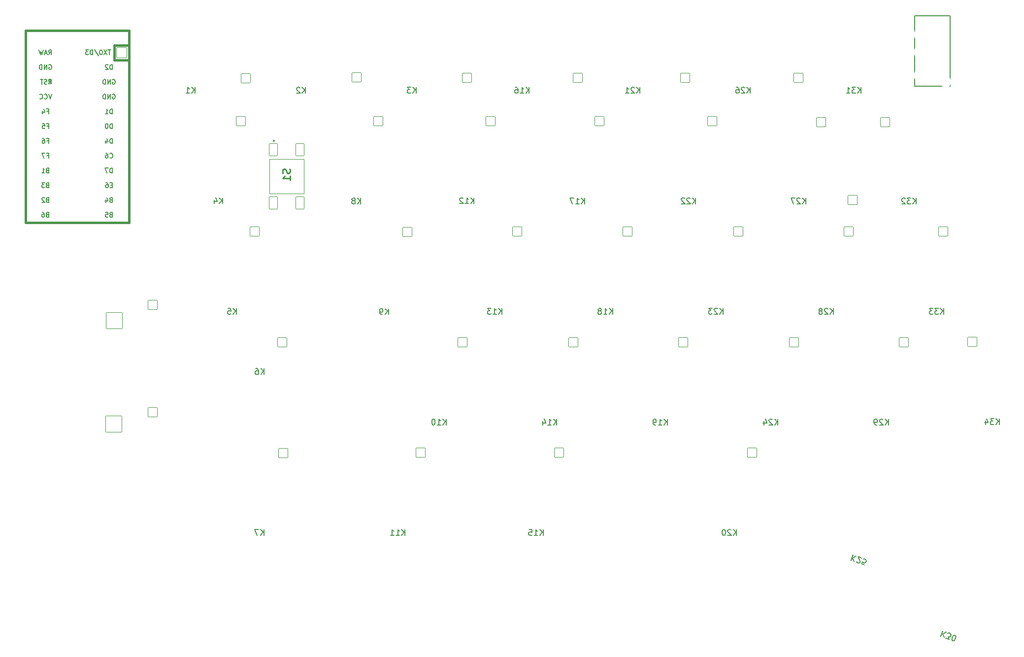
<source format=gbo>
G04 #@! TF.GenerationSoftware,KiCad,Pcbnew,(6.0.10-0)*
G04 #@! TF.CreationDate,2022-12-24T00:39:51-08:00*
G04 #@! TF.ProjectId,left,6c656674-2e6b-4696-9361-645f70636258,rev?*
G04 #@! TF.SameCoordinates,Original*
G04 #@! TF.FileFunction,Legend,Bot*
G04 #@! TF.FilePolarity,Positive*
%FSLAX46Y46*%
G04 Gerber Fmt 4.6, Leading zero omitted, Abs format (unit mm)*
G04 Created by KiCad (PCBNEW (6.0.10-0)) date 2022-12-24 00:39:51*
%MOMM*%
%LPD*%
G01*
G04 APERTURE LIST*
G04 Aperture macros list*
%AMRoundRect*
0 Rectangle with rounded corners*
0 $1 Rounding radius*
0 $2 $3 $4 $5 $6 $7 $8 $9 X,Y pos of 4 corners*
0 Add a 4 corners polygon primitive as box body*
4,1,4,$2,$3,$4,$5,$6,$7,$8,$9,$2,$3,0*
0 Add four circle primitives for the rounded corners*
1,1,$1+$1,$2,$3*
1,1,$1+$1,$4,$5*
1,1,$1+$1,$6,$7*
1,1,$1+$1,$8,$9*
0 Add four rect primitives between the rounded corners*
20,1,$1+$1,$2,$3,$4,$5,0*
20,1,$1+$1,$4,$5,$6,$7,0*
20,1,$1+$1,$6,$7,$8,$9,0*
20,1,$1+$1,$8,$9,$2,$3,0*%
%AMHorizOval*
0 Thick line with rounded ends*
0 $1 width*
0 $2 $3 position (X,Y) of the first rounded end (center of the circle)*
0 $4 $5 position (X,Y) of the second rounded end (center of the circle)*
0 Add line between two ends*
20,1,$1,$2,$3,$4,$5,0*
0 Add two circle primitives to create the rounded ends*
1,1,$1,$2,$3*
1,1,$1,$4,$5*%
G04 Aperture macros list end*
%ADD10C,0.150000*%
%ADD11C,0.200000*%
%ADD12C,0.254000*%
%ADD13C,0.381000*%
%ADD14C,0.100000*%
%ADD15R,1.752600X1.752600*%
%ADD16C,1.752600*%
%ADD17RoundRect,0.051000X-0.876300X0.876300X-0.876300X-0.876300X0.876300X-0.876300X0.876300X0.876300X0*%
%ADD18C,1.854600*%
%ADD19RoundRect,0.051000X0.800000X-0.800000X0.800000X0.800000X-0.800000X0.800000X-0.800000X-0.800000X0*%
%ADD20C,1.702000*%
%ADD21RoundRect,0.051000X0.800000X0.800000X-0.800000X0.800000X-0.800000X-0.800000X0.800000X-0.800000X0*%
%ADD22RoundRect,0.051000X1.025370X0.478138X-0.478138X1.025370X-1.025370X-0.478138X0.478138X-1.025370X0*%
%ADD23HorizOval,2.602000X-0.604462X-0.948815X0.604462X0.948815X0*%
%ADD24HorizOval,2.602000X-0.019724X-0.289328X0.019724X0.289328X0*%
%ADD25HorizOval,2.602000X0.604462X0.948815X-0.604462X-0.948815X0*%
%ADD26HorizOval,2.602000X0.019724X0.289328X-0.019724X-0.289328X0*%
%ADD27HorizOval,2.602000X-0.892523X-0.684857X0.892523X0.684857X0*%
%ADD28HorizOval,2.602000X-0.117491X-0.265134X0.117491X0.265134X0*%
%ADD29RoundRect,0.051000X1.387500X-1.387500X1.387500X1.387500X-1.387500X1.387500X-1.387500X-1.387500X0*%
%ADD30C,2.877000*%
%ADD31C,0.902000*%
%ADD32O,1.702000X2.102000*%
%ADD33RoundRect,0.051000X0.700000X1.050000X-0.700000X1.050000X-0.700000X-1.050000X0.700000X-1.050000X0*%
G04 APERTURE END LIST*
D10*
X41862809Y-57279607D02*
X41748523Y-57317702D01*
X41710428Y-57355797D01*
X41672333Y-57431988D01*
X41672333Y-57546273D01*
X41710428Y-57622464D01*
X41748523Y-57660559D01*
X41824714Y-57698654D01*
X42129476Y-57698654D01*
X42129476Y-56898654D01*
X41862809Y-56898654D01*
X41786619Y-56936750D01*
X41748523Y-56974845D01*
X41710428Y-57051035D01*
X41710428Y-57127226D01*
X41748523Y-57203416D01*
X41786619Y-57241511D01*
X41862809Y-57279607D01*
X42129476Y-57279607D01*
X40910428Y-57698654D02*
X41367571Y-57698654D01*
X41139000Y-57698654D02*
X41139000Y-56898654D01*
X41215190Y-57012940D01*
X41291380Y-57089130D01*
X41367571Y-57127226D01*
X41862809Y-62359607D02*
X41748523Y-62397702D01*
X41710428Y-62435797D01*
X41672333Y-62511988D01*
X41672333Y-62626273D01*
X41710428Y-62702464D01*
X41748523Y-62740559D01*
X41824714Y-62778654D01*
X42129476Y-62778654D01*
X42129476Y-61978654D01*
X41862809Y-61978654D01*
X41786619Y-62016750D01*
X41748523Y-62054845D01*
X41710428Y-62131035D01*
X41710428Y-62207226D01*
X41748523Y-62283416D01*
X41786619Y-62321511D01*
X41862809Y-62359607D01*
X42129476Y-62359607D01*
X41367571Y-62054845D02*
X41329476Y-62016750D01*
X41253285Y-61978654D01*
X41062809Y-61978654D01*
X40986619Y-62016750D01*
X40948523Y-62054845D01*
X40910428Y-62131035D01*
X40910428Y-62207226D01*
X40948523Y-62321511D01*
X41405666Y-62778654D01*
X40910428Y-62778654D01*
X52594333Y-55082464D02*
X52632428Y-55120559D01*
X52746714Y-55158654D01*
X52822904Y-55158654D01*
X52937190Y-55120559D01*
X53013380Y-55044369D01*
X53051476Y-54968178D01*
X53089571Y-54815797D01*
X53089571Y-54701511D01*
X53051476Y-54549130D01*
X53013380Y-54472940D01*
X52937190Y-54396750D01*
X52822904Y-54358654D01*
X52746714Y-54358654D01*
X52632428Y-54396750D01*
X52594333Y-54434845D01*
X51908619Y-54358654D02*
X52061000Y-54358654D01*
X52137190Y-54396750D01*
X52175285Y-54434845D01*
X52251476Y-54549130D01*
X52289571Y-54701511D01*
X52289571Y-55006273D01*
X52251476Y-55082464D01*
X52213380Y-55120559D01*
X52137190Y-55158654D01*
X51984809Y-55158654D01*
X51908619Y-55120559D01*
X51870523Y-55082464D01*
X51832428Y-55006273D01*
X51832428Y-54815797D01*
X51870523Y-54739607D01*
X51908619Y-54701511D01*
X51984809Y-54663416D01*
X52137190Y-54663416D01*
X52213380Y-54701511D01*
X52251476Y-54739607D01*
X52289571Y-54815797D01*
X53051476Y-47538654D02*
X53051476Y-46738654D01*
X52861000Y-46738654D01*
X52746714Y-46776750D01*
X52670523Y-46852940D01*
X52632428Y-46929130D01*
X52594333Y-47081511D01*
X52594333Y-47195797D01*
X52632428Y-47348178D01*
X52670523Y-47424369D01*
X52746714Y-47500559D01*
X52861000Y-47538654D01*
X53051476Y-47538654D01*
X51832428Y-47538654D02*
X52289571Y-47538654D01*
X52061000Y-47538654D02*
X52061000Y-46738654D01*
X52137190Y-46852940D01*
X52213380Y-46929130D01*
X52289571Y-46967226D01*
X52784809Y-62359607D02*
X52670523Y-62397702D01*
X52632428Y-62435797D01*
X52594333Y-62511988D01*
X52594333Y-62626273D01*
X52632428Y-62702464D01*
X52670523Y-62740559D01*
X52746714Y-62778654D01*
X53051476Y-62778654D01*
X53051476Y-61978654D01*
X52784809Y-61978654D01*
X52708619Y-62016750D01*
X52670523Y-62054845D01*
X52632428Y-62131035D01*
X52632428Y-62207226D01*
X52670523Y-62283416D01*
X52708619Y-62321511D01*
X52784809Y-62359607D01*
X53051476Y-62359607D01*
X51908619Y-62245321D02*
X51908619Y-62778654D01*
X52099095Y-61940559D02*
X52289571Y-62511988D01*
X51794333Y-62511988D01*
X52784809Y-64899607D02*
X52670523Y-64937702D01*
X52632428Y-64975797D01*
X52594333Y-65051988D01*
X52594333Y-65166273D01*
X52632428Y-65242464D01*
X52670523Y-65280559D01*
X52746714Y-65318654D01*
X53051476Y-65318654D01*
X53051476Y-64518654D01*
X52784809Y-64518654D01*
X52708619Y-64556750D01*
X52670523Y-64594845D01*
X52632428Y-64671035D01*
X52632428Y-64747226D01*
X52670523Y-64823416D01*
X52708619Y-64861511D01*
X52784809Y-64899607D01*
X53051476Y-64899607D01*
X51870523Y-64518654D02*
X52251476Y-64518654D01*
X52289571Y-64899607D01*
X52251476Y-64861511D01*
X52175285Y-64823416D01*
X51984809Y-64823416D01*
X51908619Y-64861511D01*
X51870523Y-64899607D01*
X51832428Y-64975797D01*
X51832428Y-65166273D01*
X51870523Y-65242464D01*
X51908619Y-65280559D01*
X51984809Y-65318654D01*
X52175285Y-65318654D01*
X52251476Y-65280559D01*
X52289571Y-65242464D01*
X41805666Y-49659607D02*
X42072333Y-49659607D01*
X42072333Y-50078654D02*
X42072333Y-49278654D01*
X41691380Y-49278654D01*
X41005666Y-49278654D02*
X41386619Y-49278654D01*
X41424714Y-49659607D01*
X41386619Y-49621511D01*
X41310428Y-49583416D01*
X41119952Y-49583416D01*
X41043761Y-49621511D01*
X41005666Y-49659607D01*
X40967571Y-49735797D01*
X40967571Y-49926273D01*
X41005666Y-50002464D01*
X41043761Y-50040559D01*
X41119952Y-50078654D01*
X41310428Y-50078654D01*
X41386619Y-50040559D01*
X41424714Y-50002464D01*
X41805666Y-54739607D02*
X42072333Y-54739607D01*
X42072333Y-55158654D02*
X42072333Y-54358654D01*
X41691380Y-54358654D01*
X41462809Y-54358654D02*
X40929476Y-54358654D01*
X41272333Y-55158654D01*
X41862809Y-59819607D02*
X41748523Y-59857702D01*
X41710428Y-59895797D01*
X41672333Y-59971988D01*
X41672333Y-60086273D01*
X41710428Y-60162464D01*
X41748523Y-60200559D01*
X41824714Y-60238654D01*
X42129476Y-60238654D01*
X42129476Y-59438654D01*
X41862809Y-59438654D01*
X41786619Y-59476750D01*
X41748523Y-59514845D01*
X41710428Y-59591035D01*
X41710428Y-59667226D01*
X41748523Y-59743416D01*
X41786619Y-59781511D01*
X41862809Y-59819607D01*
X42129476Y-59819607D01*
X41405666Y-59438654D02*
X40910428Y-59438654D01*
X41177095Y-59743416D01*
X41062809Y-59743416D01*
X40986619Y-59781511D01*
X40948523Y-59819607D01*
X40910428Y-59895797D01*
X40910428Y-60086273D01*
X40948523Y-60162464D01*
X40986619Y-60200559D01*
X41062809Y-60238654D01*
X41291380Y-60238654D01*
X41367571Y-60200559D01*
X41405666Y-60162464D01*
X53051476Y-57698654D02*
X53051476Y-56898654D01*
X52861000Y-56898654D01*
X52746714Y-56936750D01*
X52670523Y-57012940D01*
X52632428Y-57089130D01*
X52594333Y-57241511D01*
X52594333Y-57355797D01*
X52632428Y-57508178D01*
X52670523Y-57584369D01*
X52746714Y-57660559D01*
X52861000Y-57698654D01*
X53051476Y-57698654D01*
X52327666Y-56898654D02*
X51794333Y-56898654D01*
X52137190Y-57698654D01*
X41805666Y-47119607D02*
X42072333Y-47119607D01*
X42072333Y-47538654D02*
X42072333Y-46738654D01*
X41691380Y-46738654D01*
X41043761Y-47005321D02*
X41043761Y-47538654D01*
X41234238Y-46700559D02*
X41424714Y-47271988D01*
X40929476Y-47271988D01*
X41800213Y-42390559D02*
X41685927Y-42428654D01*
X41495451Y-42428654D01*
X41419260Y-42390559D01*
X41381165Y-42352464D01*
X41343070Y-42276273D01*
X41343070Y-42200083D01*
X41381165Y-42123892D01*
X41419260Y-42085797D01*
X41495451Y-42047702D01*
X41647832Y-42009607D01*
X41724022Y-41971511D01*
X41762118Y-41933416D01*
X41800213Y-41857226D01*
X41800213Y-41781035D01*
X41762118Y-41704845D01*
X41724022Y-41666750D01*
X41647832Y-41628654D01*
X41457356Y-41628654D01*
X41343070Y-41666750D01*
X41114499Y-41628654D02*
X40657356Y-41628654D01*
X40885927Y-42428654D02*
X40885927Y-41628654D01*
X52762348Y-36578654D02*
X52305205Y-36578654D01*
X52533776Y-37378654D02*
X52533776Y-36578654D01*
X52114729Y-36578654D02*
X51581395Y-37378654D01*
X51581395Y-36578654D02*
X52114729Y-37378654D01*
X51124252Y-36578654D02*
X51048062Y-36578654D01*
X50971872Y-36616750D01*
X50933776Y-36654845D01*
X50895681Y-36731035D01*
X50857586Y-36883416D01*
X50857586Y-37073892D01*
X50895681Y-37226273D01*
X50933776Y-37302464D01*
X50971872Y-37340559D01*
X51048062Y-37378654D01*
X51124252Y-37378654D01*
X51200443Y-37340559D01*
X51238538Y-37302464D01*
X51276633Y-37226273D01*
X51314729Y-37073892D01*
X51314729Y-36883416D01*
X51276633Y-36731035D01*
X51238538Y-36654845D01*
X51200443Y-36616750D01*
X51124252Y-36578654D01*
X49943300Y-36540559D02*
X50629014Y-37569130D01*
X49676633Y-37378654D02*
X49676633Y-36578654D01*
X49486157Y-36578654D01*
X49371872Y-36616750D01*
X49295681Y-36692940D01*
X49257586Y-36769130D01*
X49219491Y-36921511D01*
X49219491Y-37035797D01*
X49257586Y-37188178D01*
X49295681Y-37264369D01*
X49371872Y-37340559D01*
X49486157Y-37378654D01*
X49676633Y-37378654D01*
X48952824Y-36578654D02*
X48457586Y-36578654D01*
X48724252Y-36883416D01*
X48609967Y-36883416D01*
X48533776Y-36921511D01*
X48495681Y-36959607D01*
X48457586Y-37035797D01*
X48457586Y-37226273D01*
X48495681Y-37302464D01*
X48533776Y-37340559D01*
X48609967Y-37378654D01*
X48838538Y-37378654D01*
X48914729Y-37340559D01*
X48952824Y-37302464D01*
X53070523Y-44236750D02*
X53146714Y-44198654D01*
X53261000Y-44198654D01*
X53375285Y-44236750D01*
X53451476Y-44312940D01*
X53489571Y-44389130D01*
X53527666Y-44541511D01*
X53527666Y-44655797D01*
X53489571Y-44808178D01*
X53451476Y-44884369D01*
X53375285Y-44960559D01*
X53261000Y-44998654D01*
X53184809Y-44998654D01*
X53070523Y-44960559D01*
X53032428Y-44922464D01*
X53032428Y-44655797D01*
X53184809Y-44655797D01*
X52689571Y-44998654D02*
X52689571Y-44198654D01*
X52232428Y-44998654D01*
X52232428Y-44198654D01*
X51851476Y-44998654D02*
X51851476Y-44198654D01*
X51661000Y-44198654D01*
X51546714Y-44236750D01*
X51470523Y-44312940D01*
X51432428Y-44389130D01*
X51394333Y-44541511D01*
X51394333Y-44655797D01*
X51432428Y-44808178D01*
X51470523Y-44884369D01*
X51546714Y-44960559D01*
X51661000Y-44998654D01*
X51851476Y-44998654D01*
X53051476Y-50078654D02*
X53051476Y-49278654D01*
X52861000Y-49278654D01*
X52746714Y-49316750D01*
X52670523Y-49392940D01*
X52632428Y-49469130D01*
X52594333Y-49621511D01*
X52594333Y-49735797D01*
X52632428Y-49888178D01*
X52670523Y-49964369D01*
X52746714Y-50040559D01*
X52861000Y-50078654D01*
X53051476Y-50078654D01*
X52099095Y-49278654D02*
X52022904Y-49278654D01*
X51946714Y-49316750D01*
X51908619Y-49354845D01*
X51870523Y-49431035D01*
X51832428Y-49583416D01*
X51832428Y-49773892D01*
X51870523Y-49926273D01*
X51908619Y-50002464D01*
X51946714Y-50040559D01*
X52022904Y-50078654D01*
X52099095Y-50078654D01*
X52175285Y-50040559D01*
X52213380Y-50002464D01*
X52251476Y-49926273D01*
X52289571Y-49773892D01*
X52289571Y-49583416D01*
X52251476Y-49431035D01*
X52213380Y-49354845D01*
X52175285Y-49316750D01*
X52099095Y-49278654D01*
X42091380Y-37378654D02*
X42358047Y-36997702D01*
X42548523Y-37378654D02*
X42548523Y-36578654D01*
X42243761Y-36578654D01*
X42167571Y-36616750D01*
X42129476Y-36654845D01*
X42091380Y-36731035D01*
X42091380Y-36845321D01*
X42129476Y-36921511D01*
X42167571Y-36959607D01*
X42243761Y-36997702D01*
X42548523Y-36997702D01*
X41786619Y-37150083D02*
X41405666Y-37150083D01*
X41862809Y-37378654D02*
X41596142Y-36578654D01*
X41329476Y-37378654D01*
X41139000Y-36578654D02*
X40948523Y-37378654D01*
X40796142Y-36807226D01*
X40643761Y-37378654D01*
X40453285Y-36578654D01*
X53051476Y-39918654D02*
X53051476Y-39118654D01*
X52861000Y-39118654D01*
X52746714Y-39156750D01*
X52670523Y-39232940D01*
X52632428Y-39309130D01*
X52594333Y-39461511D01*
X52594333Y-39575797D01*
X52632428Y-39728178D01*
X52670523Y-39804369D01*
X52746714Y-39880559D01*
X52861000Y-39918654D01*
X53051476Y-39918654D01*
X52289571Y-39194845D02*
X52251476Y-39156750D01*
X52175285Y-39118654D01*
X51984809Y-39118654D01*
X51908619Y-39156750D01*
X51870523Y-39194845D01*
X51832428Y-39271035D01*
X51832428Y-39347226D01*
X51870523Y-39461511D01*
X52327666Y-39918654D01*
X51832428Y-39918654D01*
X53051476Y-52618654D02*
X53051476Y-51818654D01*
X52861000Y-51818654D01*
X52746714Y-51856750D01*
X52670523Y-51932940D01*
X52632428Y-52009130D01*
X52594333Y-52161511D01*
X52594333Y-52275797D01*
X52632428Y-52428178D01*
X52670523Y-52504369D01*
X52746714Y-52580559D01*
X52861000Y-52618654D01*
X53051476Y-52618654D01*
X51908619Y-52085321D02*
X51908619Y-52618654D01*
X52099095Y-51780559D02*
X52289571Y-52351988D01*
X51794333Y-52351988D01*
X42605666Y-44198654D02*
X42339000Y-44998654D01*
X42072333Y-44198654D01*
X41348523Y-44922464D02*
X41386619Y-44960559D01*
X41500904Y-44998654D01*
X41577095Y-44998654D01*
X41691380Y-44960559D01*
X41767571Y-44884369D01*
X41805666Y-44808178D01*
X41843761Y-44655797D01*
X41843761Y-44541511D01*
X41805666Y-44389130D01*
X41767571Y-44312940D01*
X41691380Y-44236750D01*
X41577095Y-44198654D01*
X41500904Y-44198654D01*
X41386619Y-44236750D01*
X41348523Y-44274845D01*
X40548523Y-44922464D02*
X40586619Y-44960559D01*
X40700904Y-44998654D01*
X40777095Y-44998654D01*
X40891380Y-44960559D01*
X40967571Y-44884369D01*
X41005666Y-44808178D01*
X41043761Y-44655797D01*
X41043761Y-44541511D01*
X41005666Y-44389130D01*
X40967571Y-44312940D01*
X40891380Y-44236750D01*
X40777095Y-44198654D01*
X40700904Y-44198654D01*
X40586619Y-44236750D01*
X40548523Y-44274845D01*
X41862809Y-64899607D02*
X41748523Y-64937702D01*
X41710428Y-64975797D01*
X41672333Y-65051988D01*
X41672333Y-65166273D01*
X41710428Y-65242464D01*
X41748523Y-65280559D01*
X41824714Y-65318654D01*
X42129476Y-65318654D01*
X42129476Y-64518654D01*
X41862809Y-64518654D01*
X41786619Y-64556750D01*
X41748523Y-64594845D01*
X41710428Y-64671035D01*
X41710428Y-64747226D01*
X41748523Y-64823416D01*
X41786619Y-64861511D01*
X41862809Y-64899607D01*
X42129476Y-64899607D01*
X40986619Y-64518654D02*
X41139000Y-64518654D01*
X41215190Y-64556750D01*
X41253285Y-64594845D01*
X41329476Y-64709130D01*
X41367571Y-64861511D01*
X41367571Y-65166273D01*
X41329476Y-65242464D01*
X41291380Y-65280559D01*
X41215190Y-65318654D01*
X41062809Y-65318654D01*
X40986619Y-65280559D01*
X40948523Y-65242464D01*
X40910428Y-65166273D01*
X40910428Y-64975797D01*
X40948523Y-64899607D01*
X40986619Y-64861511D01*
X41062809Y-64823416D01*
X41215190Y-64823416D01*
X41291380Y-64861511D01*
X41329476Y-64899607D01*
X41367571Y-64975797D01*
X41805666Y-52199607D02*
X42072333Y-52199607D01*
X42072333Y-52618654D02*
X42072333Y-51818654D01*
X41691380Y-51818654D01*
X41043761Y-51818654D02*
X41196142Y-51818654D01*
X41272333Y-51856750D01*
X41310428Y-51894845D01*
X41386619Y-52009130D01*
X41424714Y-52161511D01*
X41424714Y-52466273D01*
X41386619Y-52542464D01*
X41348523Y-52580559D01*
X41272333Y-52618654D01*
X41119952Y-52618654D01*
X41043761Y-52580559D01*
X41005666Y-52542464D01*
X40967571Y-52466273D01*
X40967571Y-52275797D01*
X41005666Y-52199607D01*
X41043761Y-52161511D01*
X41119952Y-52123416D01*
X41272333Y-52123416D01*
X41348523Y-52161511D01*
X41386619Y-52199607D01*
X41424714Y-52275797D01*
X53013380Y-59819607D02*
X52746714Y-59819607D01*
X52632428Y-60238654D02*
X53013380Y-60238654D01*
X53013380Y-59438654D01*
X52632428Y-59438654D01*
X51946714Y-59438654D02*
X52099095Y-59438654D01*
X52175285Y-59476750D01*
X52213380Y-59514845D01*
X52289571Y-59629130D01*
X52327666Y-59781511D01*
X52327666Y-60086273D01*
X52289571Y-60162464D01*
X52251476Y-60200559D01*
X52175285Y-60238654D01*
X52022904Y-60238654D01*
X51946714Y-60200559D01*
X51908619Y-60162464D01*
X51870523Y-60086273D01*
X51870523Y-59895797D01*
X51908619Y-59819607D01*
X51946714Y-59781511D01*
X52022904Y-59743416D01*
X52175285Y-59743416D01*
X52251476Y-59781511D01*
X52289571Y-59819607D01*
X52327666Y-59895797D01*
X42148523Y-39156750D02*
X42224714Y-39118654D01*
X42339000Y-39118654D01*
X42453285Y-39156750D01*
X42529476Y-39232940D01*
X42567571Y-39309130D01*
X42605666Y-39461511D01*
X42605666Y-39575797D01*
X42567571Y-39728178D01*
X42529476Y-39804369D01*
X42453285Y-39880559D01*
X42339000Y-39918654D01*
X42262809Y-39918654D01*
X42148523Y-39880559D01*
X42110428Y-39842464D01*
X42110428Y-39575797D01*
X42262809Y-39575797D01*
X41767571Y-39918654D02*
X41767571Y-39118654D01*
X41310428Y-39918654D01*
X41310428Y-39118654D01*
X40929476Y-39918654D02*
X40929476Y-39118654D01*
X40739000Y-39118654D01*
X40624714Y-39156750D01*
X40548523Y-39232940D01*
X40510428Y-39309130D01*
X40472333Y-39461511D01*
X40472333Y-39575797D01*
X40510428Y-39728178D01*
X40548523Y-39804369D01*
X40624714Y-39880559D01*
X40739000Y-39918654D01*
X40929476Y-39918654D01*
X53070523Y-41696750D02*
X53146714Y-41658654D01*
X53261000Y-41658654D01*
X53375285Y-41696750D01*
X53451476Y-41772940D01*
X53489571Y-41849130D01*
X53527666Y-42001511D01*
X53527666Y-42115797D01*
X53489571Y-42268178D01*
X53451476Y-42344369D01*
X53375285Y-42420559D01*
X53261000Y-42458654D01*
X53184809Y-42458654D01*
X53070523Y-42420559D01*
X53032428Y-42382464D01*
X53032428Y-42115797D01*
X53184809Y-42115797D01*
X52689571Y-42458654D02*
X52689571Y-41658654D01*
X52232428Y-42458654D01*
X52232428Y-41658654D01*
X51851476Y-42458654D02*
X51851476Y-41658654D01*
X51661000Y-41658654D01*
X51546714Y-41696750D01*
X51470523Y-41772940D01*
X51432428Y-41849130D01*
X51394333Y-42001511D01*
X51394333Y-42115797D01*
X51432428Y-42268178D01*
X51470523Y-42344369D01*
X51546714Y-42420559D01*
X51661000Y-42458654D01*
X51851476Y-42458654D01*
D11*
X67263095Y-44020380D02*
X67263095Y-43020380D01*
X66691666Y-44020380D02*
X67120238Y-43448952D01*
X66691666Y-43020380D02*
X67263095Y-43591809D01*
X65739285Y-44020380D02*
X66310714Y-44020380D01*
X66025000Y-44020380D02*
X66025000Y-43020380D01*
X66120238Y-43163238D01*
X66215476Y-43258476D01*
X66310714Y-43306095D01*
X86238095Y-44020380D02*
X86238095Y-43020380D01*
X85666666Y-44020380D02*
X86095238Y-43448952D01*
X85666666Y-43020380D02*
X86238095Y-43591809D01*
X85285714Y-43115619D02*
X85238095Y-43068000D01*
X85142857Y-43020380D01*
X84904761Y-43020380D01*
X84809523Y-43068000D01*
X84761904Y-43115619D01*
X84714285Y-43210857D01*
X84714285Y-43306095D01*
X84761904Y-43448952D01*
X85333333Y-44020380D01*
X84714285Y-44020380D01*
X105263095Y-43995380D02*
X105263095Y-42995380D01*
X104691666Y-43995380D02*
X105120238Y-43423952D01*
X104691666Y-42995380D02*
X105263095Y-43566809D01*
X104358333Y-42995380D02*
X103739285Y-42995380D01*
X104072619Y-43376333D01*
X103929761Y-43376333D01*
X103834523Y-43423952D01*
X103786904Y-43471571D01*
X103739285Y-43566809D01*
X103739285Y-43804904D01*
X103786904Y-43900142D01*
X103834523Y-43947761D01*
X103929761Y-43995380D01*
X104215476Y-43995380D01*
X104310714Y-43947761D01*
X104358333Y-43900142D01*
X72013095Y-62995380D02*
X72013095Y-61995380D01*
X71441666Y-62995380D02*
X71870238Y-62423952D01*
X71441666Y-61995380D02*
X72013095Y-62566809D01*
X70584523Y-62328714D02*
X70584523Y-62995380D01*
X70822619Y-61947761D02*
X71060714Y-62662047D01*
X70441666Y-62662047D01*
X74388095Y-81995380D02*
X74388095Y-80995380D01*
X73816666Y-81995380D02*
X74245238Y-81423952D01*
X73816666Y-80995380D02*
X74388095Y-81566809D01*
X72911904Y-80995380D02*
X73388095Y-80995380D01*
X73435714Y-81471571D01*
X73388095Y-81423952D01*
X73292857Y-81376333D01*
X73054761Y-81376333D01*
X72959523Y-81423952D01*
X72911904Y-81471571D01*
X72864285Y-81566809D01*
X72864285Y-81804904D01*
X72911904Y-81900142D01*
X72959523Y-81947761D01*
X73054761Y-81995380D01*
X73292857Y-81995380D01*
X73388095Y-81947761D01*
X73435714Y-81900142D01*
X79138095Y-92359380D02*
X79138095Y-91359380D01*
X78566666Y-92359380D02*
X78995238Y-91787952D01*
X78566666Y-91359380D02*
X79138095Y-91930809D01*
X77709523Y-91359380D02*
X77900000Y-91359380D01*
X77995238Y-91407000D01*
X78042857Y-91454619D01*
X78138095Y-91597476D01*
X78185714Y-91787952D01*
X78185714Y-92168904D01*
X78138095Y-92264142D01*
X78090476Y-92311761D01*
X77995238Y-92359380D01*
X77804761Y-92359380D01*
X77709523Y-92311761D01*
X77661904Y-92264142D01*
X77614285Y-92168904D01*
X77614285Y-91930809D01*
X77661904Y-91835571D01*
X77709523Y-91787952D01*
X77804761Y-91740333D01*
X77995238Y-91740333D01*
X78090476Y-91787952D01*
X78138095Y-91835571D01*
X78185714Y-91930809D01*
X79088095Y-120045380D02*
X79088095Y-119045380D01*
X78516666Y-120045380D02*
X78945238Y-119473952D01*
X78516666Y-119045380D02*
X79088095Y-119616809D01*
X78183333Y-119045380D02*
X77516666Y-119045380D01*
X77945238Y-120045380D01*
X95738095Y-63045380D02*
X95738095Y-62045380D01*
X95166666Y-63045380D02*
X95595238Y-62473952D01*
X95166666Y-62045380D02*
X95738095Y-62616809D01*
X94595238Y-62473952D02*
X94690476Y-62426333D01*
X94738095Y-62378714D01*
X94785714Y-62283476D01*
X94785714Y-62235857D01*
X94738095Y-62140619D01*
X94690476Y-62093000D01*
X94595238Y-62045380D01*
X94404761Y-62045380D01*
X94309523Y-62093000D01*
X94261904Y-62140619D01*
X94214285Y-62235857D01*
X94214285Y-62283476D01*
X94261904Y-62378714D01*
X94309523Y-62426333D01*
X94404761Y-62473952D01*
X94595238Y-62473952D01*
X94690476Y-62521571D01*
X94738095Y-62569190D01*
X94785714Y-62664428D01*
X94785714Y-62854904D01*
X94738095Y-62950142D01*
X94690476Y-62997761D01*
X94595238Y-63045380D01*
X94404761Y-63045380D01*
X94309523Y-62997761D01*
X94261904Y-62950142D01*
X94214285Y-62854904D01*
X94214285Y-62664428D01*
X94261904Y-62569190D01*
X94309523Y-62521571D01*
X94404761Y-62473952D01*
X100488095Y-82045380D02*
X100488095Y-81045380D01*
X99916666Y-82045380D02*
X100345238Y-81473952D01*
X99916666Y-81045380D02*
X100488095Y-81616809D01*
X99440476Y-82045380D02*
X99250000Y-82045380D01*
X99154761Y-81997761D01*
X99107142Y-81950142D01*
X99011904Y-81807285D01*
X98964285Y-81616809D01*
X98964285Y-81235857D01*
X99011904Y-81140619D01*
X99059523Y-81093000D01*
X99154761Y-81045380D01*
X99345238Y-81045380D01*
X99440476Y-81093000D01*
X99488095Y-81140619D01*
X99535714Y-81235857D01*
X99535714Y-81473952D01*
X99488095Y-81569190D01*
X99440476Y-81616809D01*
X99345238Y-81664428D01*
X99154761Y-81664428D01*
X99059523Y-81616809D01*
X99011904Y-81569190D01*
X98964285Y-81473952D01*
X110414285Y-101020380D02*
X110414285Y-100020380D01*
X109842857Y-101020380D02*
X110271428Y-100448952D01*
X109842857Y-100020380D02*
X110414285Y-100591809D01*
X108890476Y-101020380D02*
X109461904Y-101020380D01*
X109176190Y-101020380D02*
X109176190Y-100020380D01*
X109271428Y-100163238D01*
X109366666Y-100258476D01*
X109461904Y-100306095D01*
X108271428Y-100020380D02*
X108176190Y-100020380D01*
X108080952Y-100068000D01*
X108033333Y-100115619D01*
X107985714Y-100210857D01*
X107938095Y-100401333D01*
X107938095Y-100639428D01*
X107985714Y-100829904D01*
X108033333Y-100925142D01*
X108080952Y-100972761D01*
X108176190Y-101020380D01*
X108271428Y-101020380D01*
X108366666Y-100972761D01*
X108414285Y-100925142D01*
X108461904Y-100829904D01*
X108509523Y-100639428D01*
X108509523Y-100401333D01*
X108461904Y-100210857D01*
X108414285Y-100115619D01*
X108366666Y-100068000D01*
X108271428Y-100020380D01*
X103339285Y-119995380D02*
X103339285Y-118995380D01*
X102767857Y-119995380D02*
X103196428Y-119423952D01*
X102767857Y-118995380D02*
X103339285Y-119566809D01*
X101815476Y-119995380D02*
X102386904Y-119995380D01*
X102101190Y-119995380D02*
X102101190Y-118995380D01*
X102196428Y-119138238D01*
X102291666Y-119233476D01*
X102386904Y-119281095D01*
X100863095Y-119995380D02*
X101434523Y-119995380D01*
X101148809Y-119995380D02*
X101148809Y-118995380D01*
X101244047Y-119138238D01*
X101339285Y-119233476D01*
X101434523Y-119281095D01*
X115214285Y-62995380D02*
X115214285Y-61995380D01*
X114642857Y-62995380D02*
X115071428Y-62423952D01*
X114642857Y-61995380D02*
X115214285Y-62566809D01*
X113690476Y-62995380D02*
X114261904Y-62995380D01*
X113976190Y-62995380D02*
X113976190Y-61995380D01*
X114071428Y-62138238D01*
X114166666Y-62233476D01*
X114261904Y-62281095D01*
X113309523Y-62090619D02*
X113261904Y-62043000D01*
X113166666Y-61995380D01*
X112928571Y-61995380D01*
X112833333Y-62043000D01*
X112785714Y-62090619D01*
X112738095Y-62185857D01*
X112738095Y-62281095D01*
X112785714Y-62423952D01*
X113357142Y-62995380D01*
X112738095Y-62995380D01*
X119989285Y-81995380D02*
X119989285Y-80995380D01*
X119417857Y-81995380D02*
X119846428Y-81423952D01*
X119417857Y-80995380D02*
X119989285Y-81566809D01*
X118465476Y-81995380D02*
X119036904Y-81995380D01*
X118751190Y-81995380D02*
X118751190Y-80995380D01*
X118846428Y-81138238D01*
X118941666Y-81233476D01*
X119036904Y-81281095D01*
X118132142Y-80995380D02*
X117513095Y-80995380D01*
X117846428Y-81376333D01*
X117703571Y-81376333D01*
X117608333Y-81423952D01*
X117560714Y-81471571D01*
X117513095Y-81566809D01*
X117513095Y-81804904D01*
X117560714Y-81900142D01*
X117608333Y-81947761D01*
X117703571Y-81995380D01*
X117989285Y-81995380D01*
X118084523Y-81947761D01*
X118132142Y-81900142D01*
X129439285Y-101020380D02*
X129439285Y-100020380D01*
X128867857Y-101020380D02*
X129296428Y-100448952D01*
X128867857Y-100020380D02*
X129439285Y-100591809D01*
X127915476Y-101020380D02*
X128486904Y-101020380D01*
X128201190Y-101020380D02*
X128201190Y-100020380D01*
X128296428Y-100163238D01*
X128391666Y-100258476D01*
X128486904Y-100306095D01*
X127058333Y-100353714D02*
X127058333Y-101020380D01*
X127296428Y-99972761D02*
X127534523Y-100687047D01*
X126915476Y-100687047D01*
X127089285Y-120020380D02*
X127089285Y-119020380D01*
X126517857Y-120020380D02*
X126946428Y-119448952D01*
X126517857Y-119020380D02*
X127089285Y-119591809D01*
X125565476Y-120020380D02*
X126136904Y-120020380D01*
X125851190Y-120020380D02*
X125851190Y-119020380D01*
X125946428Y-119163238D01*
X126041666Y-119258476D01*
X126136904Y-119306095D01*
X124660714Y-119020380D02*
X125136904Y-119020380D01*
X125184523Y-119496571D01*
X125136904Y-119448952D01*
X125041666Y-119401333D01*
X124803571Y-119401333D01*
X124708333Y-119448952D01*
X124660714Y-119496571D01*
X124613095Y-119591809D01*
X124613095Y-119829904D01*
X124660714Y-119925142D01*
X124708333Y-119972761D01*
X124803571Y-120020380D01*
X125041666Y-120020380D01*
X125136904Y-119972761D01*
X125184523Y-119925142D01*
X124689285Y-43995380D02*
X124689285Y-42995380D01*
X124117857Y-43995380D02*
X124546428Y-43423952D01*
X124117857Y-42995380D02*
X124689285Y-43566809D01*
X123165476Y-43995380D02*
X123736904Y-43995380D01*
X123451190Y-43995380D02*
X123451190Y-42995380D01*
X123546428Y-43138238D01*
X123641666Y-43233476D01*
X123736904Y-43281095D01*
X122308333Y-42995380D02*
X122498809Y-42995380D01*
X122594047Y-43043000D01*
X122641666Y-43090619D01*
X122736904Y-43233476D01*
X122784523Y-43423952D01*
X122784523Y-43804904D01*
X122736904Y-43900142D01*
X122689285Y-43947761D01*
X122594047Y-43995380D01*
X122403571Y-43995380D01*
X122308333Y-43947761D01*
X122260714Y-43900142D01*
X122213095Y-43804904D01*
X122213095Y-43566809D01*
X122260714Y-43471571D01*
X122308333Y-43423952D01*
X122403571Y-43376333D01*
X122594047Y-43376333D01*
X122689285Y-43423952D01*
X122736904Y-43471571D01*
X122784523Y-43566809D01*
X134214285Y-63020380D02*
X134214285Y-62020380D01*
X133642857Y-63020380D02*
X134071428Y-62448952D01*
X133642857Y-62020380D02*
X134214285Y-62591809D01*
X132690476Y-63020380D02*
X133261904Y-63020380D01*
X132976190Y-63020380D02*
X132976190Y-62020380D01*
X133071428Y-62163238D01*
X133166666Y-62258476D01*
X133261904Y-62306095D01*
X132357142Y-62020380D02*
X131690476Y-62020380D01*
X132119047Y-63020380D01*
X139014285Y-82020380D02*
X139014285Y-81020380D01*
X138442857Y-82020380D02*
X138871428Y-81448952D01*
X138442857Y-81020380D02*
X139014285Y-81591809D01*
X137490476Y-82020380D02*
X138061904Y-82020380D01*
X137776190Y-82020380D02*
X137776190Y-81020380D01*
X137871428Y-81163238D01*
X137966666Y-81258476D01*
X138061904Y-81306095D01*
X136919047Y-81448952D02*
X137014285Y-81401333D01*
X137061904Y-81353714D01*
X137109523Y-81258476D01*
X137109523Y-81210857D01*
X137061904Y-81115619D01*
X137014285Y-81068000D01*
X136919047Y-81020380D01*
X136728571Y-81020380D01*
X136633333Y-81068000D01*
X136585714Y-81115619D01*
X136538095Y-81210857D01*
X136538095Y-81258476D01*
X136585714Y-81353714D01*
X136633333Y-81401333D01*
X136728571Y-81448952D01*
X136919047Y-81448952D01*
X137014285Y-81496571D01*
X137061904Y-81544190D01*
X137109523Y-81639428D01*
X137109523Y-81829904D01*
X137061904Y-81925142D01*
X137014285Y-81972761D01*
X136919047Y-82020380D01*
X136728571Y-82020380D01*
X136633333Y-81972761D01*
X136585714Y-81925142D01*
X136538095Y-81829904D01*
X136538095Y-81639428D01*
X136585714Y-81544190D01*
X136633333Y-81496571D01*
X136728571Y-81448952D01*
X148439285Y-101045380D02*
X148439285Y-100045380D01*
X147867857Y-101045380D02*
X148296428Y-100473952D01*
X147867857Y-100045380D02*
X148439285Y-100616809D01*
X146915476Y-101045380D02*
X147486904Y-101045380D01*
X147201190Y-101045380D02*
X147201190Y-100045380D01*
X147296428Y-100188238D01*
X147391666Y-100283476D01*
X147486904Y-100331095D01*
X146439285Y-101045380D02*
X146248809Y-101045380D01*
X146153571Y-100997761D01*
X146105952Y-100950142D01*
X146010714Y-100807285D01*
X145963095Y-100616809D01*
X145963095Y-100235857D01*
X146010714Y-100140619D01*
X146058333Y-100093000D01*
X146153571Y-100045380D01*
X146344047Y-100045380D01*
X146439285Y-100093000D01*
X146486904Y-100140619D01*
X146534523Y-100235857D01*
X146534523Y-100473952D01*
X146486904Y-100569190D01*
X146439285Y-100616809D01*
X146344047Y-100664428D01*
X146153571Y-100664428D01*
X146058333Y-100616809D01*
X146010714Y-100569190D01*
X145963095Y-100473952D01*
X160339285Y-120020380D02*
X160339285Y-119020380D01*
X159767857Y-120020380D02*
X160196428Y-119448952D01*
X159767857Y-119020380D02*
X160339285Y-119591809D01*
X159386904Y-119115619D02*
X159339285Y-119068000D01*
X159244047Y-119020380D01*
X159005952Y-119020380D01*
X158910714Y-119068000D01*
X158863095Y-119115619D01*
X158815476Y-119210857D01*
X158815476Y-119306095D01*
X158863095Y-119448952D01*
X159434523Y-120020380D01*
X158815476Y-120020380D01*
X158196428Y-119020380D02*
X158101190Y-119020380D01*
X158005952Y-119068000D01*
X157958333Y-119115619D01*
X157910714Y-119210857D01*
X157863095Y-119401333D01*
X157863095Y-119639428D01*
X157910714Y-119829904D01*
X157958333Y-119925142D01*
X158005952Y-119972761D01*
X158101190Y-120020380D01*
X158196428Y-120020380D01*
X158291666Y-119972761D01*
X158339285Y-119925142D01*
X158386904Y-119829904D01*
X158434523Y-119639428D01*
X158434523Y-119401333D01*
X158386904Y-119210857D01*
X158339285Y-119115619D01*
X158291666Y-119068000D01*
X158196428Y-119020380D01*
X143714285Y-44020380D02*
X143714285Y-43020380D01*
X143142857Y-44020380D02*
X143571428Y-43448952D01*
X143142857Y-43020380D02*
X143714285Y-43591809D01*
X142761904Y-43115619D02*
X142714285Y-43068000D01*
X142619047Y-43020380D01*
X142380952Y-43020380D01*
X142285714Y-43068000D01*
X142238095Y-43115619D01*
X142190476Y-43210857D01*
X142190476Y-43306095D01*
X142238095Y-43448952D01*
X142809523Y-44020380D01*
X142190476Y-44020380D01*
X141238095Y-44020380D02*
X141809523Y-44020380D01*
X141523809Y-44020380D02*
X141523809Y-43020380D01*
X141619047Y-43163238D01*
X141714285Y-43258476D01*
X141809523Y-43306095D01*
X153314285Y-63020380D02*
X153314285Y-62020380D01*
X152742857Y-63020380D02*
X153171428Y-62448952D01*
X152742857Y-62020380D02*
X153314285Y-62591809D01*
X152361904Y-62115619D02*
X152314285Y-62068000D01*
X152219047Y-62020380D01*
X151980952Y-62020380D01*
X151885714Y-62068000D01*
X151838095Y-62115619D01*
X151790476Y-62210857D01*
X151790476Y-62306095D01*
X151838095Y-62448952D01*
X152409523Y-63020380D01*
X151790476Y-63020380D01*
X151409523Y-62115619D02*
X151361904Y-62068000D01*
X151266666Y-62020380D01*
X151028571Y-62020380D01*
X150933333Y-62068000D01*
X150885714Y-62115619D01*
X150838095Y-62210857D01*
X150838095Y-62306095D01*
X150885714Y-62448952D01*
X151457142Y-63020380D01*
X150838095Y-63020380D01*
X158014285Y-81970380D02*
X158014285Y-80970380D01*
X157442857Y-81970380D02*
X157871428Y-81398952D01*
X157442857Y-80970380D02*
X158014285Y-81541809D01*
X157061904Y-81065619D02*
X157014285Y-81018000D01*
X156919047Y-80970380D01*
X156680952Y-80970380D01*
X156585714Y-81018000D01*
X156538095Y-81065619D01*
X156490476Y-81160857D01*
X156490476Y-81256095D01*
X156538095Y-81398952D01*
X157109523Y-81970380D01*
X156490476Y-81970380D01*
X156157142Y-80970380D02*
X155538095Y-80970380D01*
X155871428Y-81351333D01*
X155728571Y-81351333D01*
X155633333Y-81398952D01*
X155585714Y-81446571D01*
X155538095Y-81541809D01*
X155538095Y-81779904D01*
X155585714Y-81875142D01*
X155633333Y-81922761D01*
X155728571Y-81970380D01*
X156014285Y-81970380D01*
X156109523Y-81922761D01*
X156157142Y-81875142D01*
X167439285Y-101045380D02*
X167439285Y-100045380D01*
X166867857Y-101045380D02*
X167296428Y-100473952D01*
X166867857Y-100045380D02*
X167439285Y-100616809D01*
X166486904Y-100140619D02*
X166439285Y-100093000D01*
X166344047Y-100045380D01*
X166105952Y-100045380D01*
X166010714Y-100093000D01*
X165963095Y-100140619D01*
X165915476Y-100235857D01*
X165915476Y-100331095D01*
X165963095Y-100473952D01*
X166534523Y-101045380D01*
X165915476Y-101045380D01*
X165058333Y-100378714D02*
X165058333Y-101045380D01*
X165296428Y-99997761D02*
X165534523Y-100712047D01*
X164915476Y-100712047D01*
X162689285Y-43995380D02*
X162689285Y-42995380D01*
X162117857Y-43995380D02*
X162546428Y-43423952D01*
X162117857Y-42995380D02*
X162689285Y-43566809D01*
X161736904Y-43090619D02*
X161689285Y-43043000D01*
X161594047Y-42995380D01*
X161355952Y-42995380D01*
X161260714Y-43043000D01*
X161213095Y-43090619D01*
X161165476Y-43185857D01*
X161165476Y-43281095D01*
X161213095Y-43423952D01*
X161784523Y-43995380D01*
X161165476Y-43995380D01*
X160308333Y-42995380D02*
X160498809Y-42995380D01*
X160594047Y-43043000D01*
X160641666Y-43090619D01*
X160736904Y-43233476D01*
X160784523Y-43423952D01*
X160784523Y-43804904D01*
X160736904Y-43900142D01*
X160689285Y-43947761D01*
X160594047Y-43995380D01*
X160403571Y-43995380D01*
X160308333Y-43947761D01*
X160260714Y-43900142D01*
X160213095Y-43804904D01*
X160213095Y-43566809D01*
X160260714Y-43471571D01*
X160308333Y-43423952D01*
X160403571Y-43376333D01*
X160594047Y-43376333D01*
X160689285Y-43423952D01*
X160736904Y-43471571D01*
X160784523Y-43566809D01*
X172214285Y-63020380D02*
X172214285Y-62020380D01*
X171642857Y-63020380D02*
X172071428Y-62448952D01*
X171642857Y-62020380D02*
X172214285Y-62591809D01*
X171261904Y-62115619D02*
X171214285Y-62068000D01*
X171119047Y-62020380D01*
X170880952Y-62020380D01*
X170785714Y-62068000D01*
X170738095Y-62115619D01*
X170690476Y-62210857D01*
X170690476Y-62306095D01*
X170738095Y-62448952D01*
X171309523Y-63020380D01*
X170690476Y-63020380D01*
X170357142Y-62020380D02*
X169690476Y-62020380D01*
X170119047Y-63020380D01*
X176964285Y-82020380D02*
X176964285Y-81020380D01*
X176392857Y-82020380D02*
X176821428Y-81448952D01*
X176392857Y-81020380D02*
X176964285Y-81591809D01*
X176011904Y-81115619D02*
X175964285Y-81068000D01*
X175869047Y-81020380D01*
X175630952Y-81020380D01*
X175535714Y-81068000D01*
X175488095Y-81115619D01*
X175440476Y-81210857D01*
X175440476Y-81306095D01*
X175488095Y-81448952D01*
X176059523Y-82020380D01*
X175440476Y-82020380D01*
X174869047Y-81448952D02*
X174964285Y-81401333D01*
X175011904Y-81353714D01*
X175059523Y-81258476D01*
X175059523Y-81210857D01*
X175011904Y-81115619D01*
X174964285Y-81068000D01*
X174869047Y-81020380D01*
X174678571Y-81020380D01*
X174583333Y-81068000D01*
X174535714Y-81115619D01*
X174488095Y-81210857D01*
X174488095Y-81258476D01*
X174535714Y-81353714D01*
X174583333Y-81401333D01*
X174678571Y-81448952D01*
X174869047Y-81448952D01*
X174964285Y-81496571D01*
X175011904Y-81544190D01*
X175059523Y-81639428D01*
X175059523Y-81829904D01*
X175011904Y-81925142D01*
X174964285Y-81972761D01*
X174869047Y-82020380D01*
X174678571Y-82020380D01*
X174583333Y-81972761D01*
X174535714Y-81925142D01*
X174488095Y-81829904D01*
X174488095Y-81639428D01*
X174535714Y-81544190D01*
X174583333Y-81496571D01*
X174678571Y-81448952D01*
X186439285Y-101045380D02*
X186439285Y-100045380D01*
X185867857Y-101045380D02*
X186296428Y-100473952D01*
X185867857Y-100045380D02*
X186439285Y-100616809D01*
X185486904Y-100140619D02*
X185439285Y-100093000D01*
X185344047Y-100045380D01*
X185105952Y-100045380D01*
X185010714Y-100093000D01*
X184963095Y-100140619D01*
X184915476Y-100235857D01*
X184915476Y-100331095D01*
X184963095Y-100473952D01*
X185534523Y-101045380D01*
X184915476Y-101045380D01*
X184439285Y-101045380D02*
X184248809Y-101045380D01*
X184153571Y-100997761D01*
X184105952Y-100950142D01*
X184010714Y-100807285D01*
X183963095Y-100616809D01*
X183963095Y-100235857D01*
X184010714Y-100140619D01*
X184058333Y-100093000D01*
X184153571Y-100045380D01*
X184344047Y-100045380D01*
X184439285Y-100093000D01*
X184486904Y-100140619D01*
X184534523Y-100235857D01*
X184534523Y-100473952D01*
X184486904Y-100569190D01*
X184439285Y-100616809D01*
X184344047Y-100664428D01*
X184153571Y-100664428D01*
X184058333Y-100616809D01*
X184010714Y-100569190D01*
X183963095Y-100473952D01*
X181714285Y-44020380D02*
X181714285Y-43020380D01*
X181142857Y-44020380D02*
X181571428Y-43448952D01*
X181142857Y-43020380D02*
X181714285Y-43591809D01*
X180809523Y-43020380D02*
X180190476Y-43020380D01*
X180523809Y-43401333D01*
X180380952Y-43401333D01*
X180285714Y-43448952D01*
X180238095Y-43496571D01*
X180190476Y-43591809D01*
X180190476Y-43829904D01*
X180238095Y-43925142D01*
X180285714Y-43972761D01*
X180380952Y-44020380D01*
X180666666Y-44020380D01*
X180761904Y-43972761D01*
X180809523Y-43925142D01*
X179238095Y-44020380D02*
X179809523Y-44020380D01*
X179523809Y-44020380D02*
X179523809Y-43020380D01*
X179619047Y-43163238D01*
X179714285Y-43258476D01*
X179809523Y-43306095D01*
X191214285Y-63070380D02*
X191214285Y-62070380D01*
X190642857Y-63070380D02*
X191071428Y-62498952D01*
X190642857Y-62070380D02*
X191214285Y-62641809D01*
X190309523Y-62070380D02*
X189690476Y-62070380D01*
X190023809Y-62451333D01*
X189880952Y-62451333D01*
X189785714Y-62498952D01*
X189738095Y-62546571D01*
X189690476Y-62641809D01*
X189690476Y-62879904D01*
X189738095Y-62975142D01*
X189785714Y-63022761D01*
X189880952Y-63070380D01*
X190166666Y-63070380D01*
X190261904Y-63022761D01*
X190309523Y-62975142D01*
X189309523Y-62165619D02*
X189261904Y-62118000D01*
X189166666Y-62070380D01*
X188928571Y-62070380D01*
X188833333Y-62118000D01*
X188785714Y-62165619D01*
X188738095Y-62260857D01*
X188738095Y-62356095D01*
X188785714Y-62498952D01*
X189357142Y-63070380D01*
X188738095Y-63070380D01*
X195964285Y-81995380D02*
X195964285Y-80995380D01*
X195392857Y-81995380D02*
X195821428Y-81423952D01*
X195392857Y-80995380D02*
X195964285Y-81566809D01*
X195059523Y-80995380D02*
X194440476Y-80995380D01*
X194773809Y-81376333D01*
X194630952Y-81376333D01*
X194535714Y-81423952D01*
X194488095Y-81471571D01*
X194440476Y-81566809D01*
X194440476Y-81804904D01*
X194488095Y-81900142D01*
X194535714Y-81947761D01*
X194630952Y-81995380D01*
X194916666Y-81995380D01*
X195011904Y-81947761D01*
X195059523Y-81900142D01*
X194107142Y-80995380D02*
X193488095Y-80995380D01*
X193821428Y-81376333D01*
X193678571Y-81376333D01*
X193583333Y-81423952D01*
X193535714Y-81471571D01*
X193488095Y-81566809D01*
X193488095Y-81804904D01*
X193535714Y-81900142D01*
X193583333Y-81947761D01*
X193678571Y-81995380D01*
X193964285Y-81995380D01*
X194059523Y-81947761D01*
X194107142Y-81900142D01*
X205489285Y-100995380D02*
X205489285Y-99995380D01*
X204917857Y-100995380D02*
X205346428Y-100423952D01*
X204917857Y-99995380D02*
X205489285Y-100566809D01*
X204584523Y-99995380D02*
X203965476Y-99995380D01*
X204298809Y-100376333D01*
X204155952Y-100376333D01*
X204060714Y-100423952D01*
X204013095Y-100471571D01*
X203965476Y-100566809D01*
X203965476Y-100804904D01*
X204013095Y-100900142D01*
X204060714Y-100947761D01*
X204155952Y-100995380D01*
X204441666Y-100995380D01*
X204536904Y-100947761D01*
X204584523Y-100900142D01*
X203108333Y-100328714D02*
X203108333Y-100995380D01*
X203346428Y-99947761D02*
X203584523Y-100662047D01*
X202965476Y-100662047D01*
X180361825Y-123367183D02*
X180019804Y-124306876D01*
X180898792Y-123562623D02*
X180300626Y-123953011D01*
X180556772Y-124502316D02*
X180215245Y-123769909D01*
X180947323Y-124543115D02*
X180975784Y-124604149D01*
X181048992Y-124681469D01*
X181272728Y-124762903D01*
X181378509Y-124750729D01*
X181439543Y-124722268D01*
X181516864Y-124649060D01*
X181549437Y-124559566D01*
X181553550Y-124409037D01*
X181212023Y-123676630D01*
X181793737Y-123888357D01*
X182301915Y-125137496D02*
X181854442Y-124974630D01*
X181972562Y-124510870D01*
X182001022Y-124571904D01*
X182074230Y-124649225D01*
X182297967Y-124730658D01*
X182403748Y-124718484D01*
X182464782Y-124690024D01*
X182542102Y-124616816D01*
X182623536Y-124393079D01*
X182611362Y-124287298D01*
X182582901Y-124226264D01*
X182509693Y-124148944D01*
X182285957Y-124067510D01*
X182180176Y-124079684D01*
X182119142Y-124108145D01*
X195811825Y-136442183D02*
X195469804Y-137381876D01*
X196348792Y-136637623D02*
X195750626Y-137028011D01*
X196006772Y-137577316D02*
X195665245Y-136844909D01*
X196320003Y-137691323D02*
X196901717Y-137903049D01*
X196718780Y-137431065D01*
X196853021Y-137479925D01*
X196958803Y-137467751D01*
X197019836Y-137439290D01*
X197097157Y-137366082D01*
X197178590Y-137142346D01*
X197166417Y-137036565D01*
X197137956Y-136975531D01*
X197064748Y-136898210D01*
X196796264Y-136800490D01*
X196690483Y-136812664D01*
X196629449Y-136841125D01*
X197483431Y-138114776D02*
X197572926Y-138147350D01*
X197678707Y-138135176D01*
X197739741Y-138106715D01*
X197817062Y-138033507D01*
X197926956Y-137870805D01*
X198008389Y-137647068D01*
X198028789Y-137451793D01*
X198016615Y-137346011D01*
X197988154Y-137284978D01*
X197914946Y-137207657D01*
X197825452Y-137175084D01*
X197719670Y-137187258D01*
X197658636Y-137215718D01*
X197581316Y-137288926D01*
X197471422Y-137451628D01*
X197389989Y-137675365D01*
X197369589Y-137870640D01*
X197381763Y-137976422D01*
X197410224Y-138037456D01*
X197483431Y-138114776D01*
D12*
X83514047Y-57032380D02*
X83574523Y-57213809D01*
X83574523Y-57516190D01*
X83514047Y-57637142D01*
X83453571Y-57697619D01*
X83332619Y-57758095D01*
X83211666Y-57758095D01*
X83090714Y-57697619D01*
X83030238Y-57637142D01*
X82969761Y-57516190D01*
X82909285Y-57274285D01*
X82848809Y-57153333D01*
X82788333Y-57092857D01*
X82667380Y-57032380D01*
X82546428Y-57032380D01*
X82425476Y-57092857D01*
X82365000Y-57153333D01*
X82304523Y-57274285D01*
X82304523Y-57576666D01*
X82365000Y-57758095D01*
X83574523Y-58967619D02*
X83574523Y-58241904D01*
X83574523Y-58604761D02*
X82304523Y-58604761D01*
X82485952Y-58483809D01*
X82606904Y-58362857D01*
X82667380Y-58241904D01*
D13*
X38110000Y-66226750D02*
X38110000Y-35746750D01*
X53350000Y-35746750D02*
X53350000Y-38286750D01*
X55890000Y-66226750D02*
X38110000Y-66226750D01*
X38110000Y-33206750D02*
X55890000Y-33206750D01*
X55890000Y-35746750D02*
X55890000Y-66226750D01*
X55890000Y-33206750D02*
X55890000Y-35746750D01*
X38110000Y-35746750D02*
X38110000Y-33206750D01*
X53350000Y-35746750D02*
X55890000Y-35746750D01*
X53350000Y-38286750D02*
X55890000Y-38286750D01*
G36*
X42568432Y-41726110D02*
G01*
X42068432Y-41726110D01*
X42068432Y-41626110D01*
X42568432Y-41626110D01*
X42568432Y-41726110D01*
G37*
D10*
X42568432Y-41726110D02*
X42068432Y-41726110D01*
X42068432Y-41626110D01*
X42568432Y-41626110D01*
X42568432Y-41726110D01*
G36*
X42168432Y-41926110D02*
G01*
X42068432Y-41926110D01*
X42068432Y-41626110D01*
X42168432Y-41626110D01*
X42168432Y-41926110D01*
G37*
X42168432Y-41926110D02*
X42068432Y-41926110D01*
X42068432Y-41626110D01*
X42168432Y-41626110D01*
X42168432Y-41926110D01*
G36*
X42568432Y-42426110D02*
G01*
X42468432Y-42426110D01*
X42468432Y-41626110D01*
X42568432Y-41626110D01*
X42568432Y-42426110D01*
G37*
X42568432Y-42426110D02*
X42468432Y-42426110D01*
X42468432Y-41626110D01*
X42568432Y-41626110D01*
X42568432Y-42426110D01*
G36*
X42368432Y-42126110D02*
G01*
X42268432Y-42126110D01*
X42268432Y-42026110D01*
X42368432Y-42026110D01*
X42368432Y-42126110D01*
G37*
X42368432Y-42126110D02*
X42268432Y-42126110D01*
X42268432Y-42026110D01*
X42368432Y-42026110D01*
X42368432Y-42126110D01*
G36*
X42168432Y-42426110D02*
G01*
X42068432Y-42426110D01*
X42068432Y-42226110D01*
X42168432Y-42226110D01*
X42168432Y-42426110D01*
G37*
X42168432Y-42426110D02*
X42068432Y-42426110D01*
X42068432Y-42226110D01*
X42168432Y-42226110D01*
X42168432Y-42426110D01*
X190950000Y-30727500D02*
X190950000Y-42827500D01*
X190950000Y-30727500D02*
X197050000Y-30727500D01*
X197050000Y-30727500D02*
X197050000Y-42827500D01*
X190950000Y-42827500D02*
X197050000Y-42827500D01*
D14*
X86000000Y-61300000D02*
X86000000Y-55300000D01*
D11*
X80900000Y-52200000D02*
X80900000Y-52200000D01*
D14*
X80000000Y-61300000D02*
X86000000Y-61300000D01*
D11*
X80700000Y-52200000D02*
X80700000Y-52200000D01*
D14*
X80000000Y-55300000D02*
X80000000Y-61300000D01*
X86000000Y-55300000D02*
X80000000Y-55300000D01*
D11*
X80900000Y-52200000D02*
G75*
G03*
X80700000Y-52200000I-100000J0D01*
G01*
X80700000Y-52200000D02*
G75*
G03*
X80900000Y-52200000I100000J0D01*
G01*
D15*
X54620000Y-37016750D03*
D16*
X54620000Y-39556750D03*
X54620000Y-42096750D03*
X54620000Y-44636750D03*
X54620000Y-47176750D03*
X54620000Y-49716750D03*
X54620000Y-52256750D03*
X54620000Y-54796750D03*
X54620000Y-57336750D03*
X54620000Y-59876750D03*
X54620000Y-62416750D03*
X54620000Y-64956750D03*
X39380000Y-64956750D03*
X39380000Y-62416750D03*
X39380000Y-59876750D03*
X39380000Y-57336750D03*
X39380000Y-54796750D03*
X39380000Y-52256750D03*
X39380000Y-49716750D03*
X39380000Y-47176750D03*
X39380000Y-44636750D03*
X39380000Y-42096750D03*
X39380000Y-39556750D03*
X39380000Y-37016750D03*
%LPC*%
D17*
X54620000Y-37016750D03*
D18*
X54620000Y-39556750D03*
X54620000Y-42096750D03*
X54620000Y-44636750D03*
X54620000Y-47176750D03*
X54620000Y-49716750D03*
X54620000Y-52256750D03*
X54620000Y-54796750D03*
X54620000Y-57336750D03*
X54620000Y-59876750D03*
X54620000Y-62416750D03*
X54620000Y-64956750D03*
X39380000Y-64956750D03*
X39380000Y-62416750D03*
X39380000Y-59876750D03*
X39380000Y-57336750D03*
X39380000Y-54796750D03*
X39380000Y-52256750D03*
X39380000Y-49716750D03*
X39380000Y-47176750D03*
X39380000Y-44636750D03*
X39380000Y-42096750D03*
X39380000Y-39556750D03*
X39380000Y-37016750D03*
D19*
X76000000Y-41475000D03*
D20*
X76000000Y-33675000D03*
D19*
X95000000Y-41325000D03*
D20*
X95000000Y-33525000D03*
D19*
X114000000Y-41400000D03*
D20*
X114000000Y-33600000D03*
D21*
X75100000Y-48800000D03*
D20*
X67300000Y-48800000D03*
D21*
X77500000Y-67800000D03*
D20*
X69700000Y-67800000D03*
D21*
X82250000Y-86825000D03*
D20*
X74450000Y-86825000D03*
D21*
X82425000Y-105850000D03*
D20*
X74625000Y-105850000D03*
D21*
X103725000Y-67850000D03*
D20*
X95925000Y-67850000D03*
D21*
X106025000Y-105775000D03*
D20*
X98225000Y-105775000D03*
D21*
X118025000Y-48825000D03*
D20*
X110225000Y-48825000D03*
D21*
X122650000Y-67800000D03*
D20*
X114850000Y-67800000D03*
D21*
X132250000Y-86825000D03*
D20*
X124450000Y-86825000D03*
D21*
X129850000Y-105800000D03*
D20*
X122050000Y-105800000D03*
D19*
X133000000Y-41400000D03*
D20*
X133000000Y-33600000D03*
D21*
X136775000Y-48800000D03*
D20*
X128975000Y-48800000D03*
D21*
X141625000Y-67825000D03*
D20*
X133825000Y-67825000D03*
D21*
X151200000Y-86850000D03*
D20*
X143400000Y-86850000D03*
D21*
X163000000Y-105800000D03*
D20*
X155200000Y-105800000D03*
D19*
X151500000Y-41400000D03*
D20*
X151500000Y-33600000D03*
D21*
X156125000Y-48825000D03*
D20*
X148325000Y-48825000D03*
D21*
X160675000Y-67775000D03*
D20*
X152875000Y-67775000D03*
D21*
X170175000Y-86850000D03*
D20*
X162375000Y-86850000D03*
D19*
X171000000Y-41400000D03*
D20*
X171000000Y-33600000D03*
D21*
X174900000Y-49000000D03*
D20*
X167100000Y-49000000D03*
D21*
X179600000Y-67825000D03*
D20*
X171800000Y-67825000D03*
D21*
X189125000Y-86850000D03*
D20*
X181325000Y-86850000D03*
D22*
X205214801Y-125708879D03*
D20*
X197885199Y-123041121D03*
D21*
X185900000Y-49000000D03*
D20*
X178100000Y-49000000D03*
D19*
X180280000Y-62400000D03*
D20*
X180280000Y-54600000D03*
D21*
X195900000Y-67825000D03*
D20*
X188100000Y-67825000D03*
D23*
X63270000Y-35730000D03*
D24*
X69045000Y-34460000D03*
D23*
X82245000Y-35730000D03*
D24*
X88020000Y-34460000D03*
D23*
X101270000Y-35705000D03*
D24*
X107045000Y-34435000D03*
D23*
X68020000Y-54705000D03*
D24*
X73795000Y-53435000D03*
D23*
X70395000Y-73705000D03*
D24*
X76170000Y-72435000D03*
D25*
X81655000Y-99745000D03*
D26*
X75880000Y-101015000D03*
D23*
X75095000Y-111755000D03*
D24*
X80870000Y-110485000D03*
D23*
X91745000Y-54755000D03*
D24*
X97520000Y-53485000D03*
D23*
X96495000Y-73755000D03*
D24*
X102270000Y-72485000D03*
D23*
X105945000Y-92730000D03*
D24*
X111720000Y-91460000D03*
D23*
X98870000Y-111705000D03*
D24*
X104645000Y-110435000D03*
D23*
X110745000Y-54705000D03*
D24*
X116520000Y-53435000D03*
D23*
X115520000Y-73705000D03*
D24*
X121295000Y-72435000D03*
D23*
X124970000Y-92730000D03*
D24*
X130745000Y-91460000D03*
D23*
X122620000Y-111730000D03*
D24*
X128395000Y-110460000D03*
D23*
X120220000Y-35705000D03*
D24*
X125995000Y-34435000D03*
D23*
X129745000Y-54730000D03*
D24*
X135520000Y-53460000D03*
D23*
X134545000Y-73730000D03*
D24*
X140320000Y-72460000D03*
D23*
X143970000Y-92755000D03*
D24*
X149745000Y-91485000D03*
D23*
X155870000Y-111730000D03*
D24*
X161645000Y-110460000D03*
D23*
X139245000Y-35730000D03*
D24*
X145020000Y-34460000D03*
D23*
X148845000Y-54730000D03*
D24*
X154620000Y-53460000D03*
D23*
X153545000Y-73680000D03*
D24*
X159320000Y-72410000D03*
D23*
X162970000Y-92755000D03*
D24*
X168745000Y-91485000D03*
D23*
X158220000Y-35705000D03*
D24*
X163995000Y-34435000D03*
D23*
X167745000Y-54730000D03*
D24*
X173520000Y-53460000D03*
D23*
X172495000Y-73730000D03*
D24*
X178270000Y-72460000D03*
D23*
X181970000Y-92755000D03*
D24*
X187745000Y-91485000D03*
D23*
X177245000Y-35730000D03*
D24*
X183020000Y-34460000D03*
D23*
X186745000Y-54780000D03*
D24*
X192520000Y-53510000D03*
D23*
X191495000Y-73705000D03*
D24*
X197270000Y-72435000D03*
D23*
X201020000Y-92705000D03*
D24*
X206795000Y-91435000D03*
D27*
X180970211Y-115729006D03*
D28*
X186831302Y-116510763D03*
D27*
X196420211Y-128804006D03*
D28*
X202281302Y-129585763D03*
D21*
X113225000Y-86825000D03*
D20*
X105425000Y-86825000D03*
D21*
X98775000Y-48850000D03*
D20*
X90975000Y-48850000D03*
D21*
X200900000Y-86725000D03*
D20*
X193100000Y-86725000D03*
D22*
X189764801Y-112633879D03*
D20*
X182435199Y-109966121D03*
D19*
X60000000Y-80400000D03*
D20*
X60000000Y-72600000D03*
D29*
X53340000Y-83102500D03*
D30*
X53340000Y-78402500D03*
X53340000Y-73702500D03*
X40640000Y-80942500D03*
X40640000Y-75862500D03*
D19*
X60000000Y-98900000D03*
D20*
X60000000Y-91100000D03*
D29*
X53286250Y-100882500D03*
D30*
X53286250Y-96182500D03*
X53286250Y-91482500D03*
X40586250Y-98722500D03*
X40586250Y-93642500D03*
D31*
X194000000Y-32327500D03*
X194000000Y-39327500D03*
D32*
X196300000Y-42027500D03*
X191700000Y-40927500D03*
X191700000Y-36927500D03*
X191700000Y-33927500D03*
D33*
X80750000Y-53750000D03*
X80750000Y-62850000D03*
X85250000Y-53750000D03*
X85250000Y-62850000D03*
M02*

</source>
